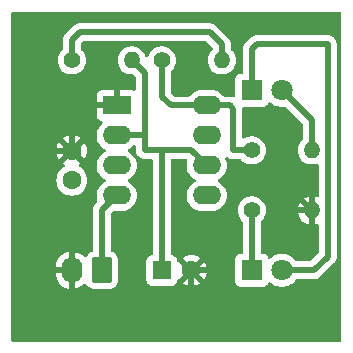
<source format=gbr>
%TF.GenerationSoftware,KiCad,Pcbnew,7.0.9*%
%TF.CreationDate,2023-12-20T18:15:34+03:00*%
%TF.ProjectId,FLIP_FLOP,464c4950-5f46-44c4-9f50-2e6b69636164,rev?*%
%TF.SameCoordinates,Original*%
%TF.FileFunction,Copper,L2,Bot*%
%TF.FilePolarity,Positive*%
%FSLAX46Y46*%
G04 Gerber Fmt 4.6, Leading zero omitted, Abs format (unit mm)*
G04 Created by KiCad (PCBNEW 7.0.9) date 2023-12-20 18:15:34*
%MOMM*%
%LPD*%
G01*
G04 APERTURE LIST*
G04 Aperture macros list*
%AMRoundRect*
0 Rectangle with rounded corners*
0 $1 Rounding radius*
0 $2 $3 $4 $5 $6 $7 $8 $9 X,Y pos of 4 corners*
0 Add a 4 corners polygon primitive as box body*
4,1,4,$2,$3,$4,$5,$6,$7,$8,$9,$2,$3,0*
0 Add four circle primitives for the rounded corners*
1,1,$1+$1,$2,$3*
1,1,$1+$1,$4,$5*
1,1,$1+$1,$6,$7*
1,1,$1+$1,$8,$9*
0 Add four rect primitives between the rounded corners*
20,1,$1+$1,$2,$3,$4,$5,0*
20,1,$1+$1,$4,$5,$6,$7,0*
20,1,$1+$1,$6,$7,$8,$9,0*
20,1,$1+$1,$8,$9,$2,$3,0*%
G04 Aperture macros list end*
%TA.AperFunction,ComponentPad*%
%ADD10R,2.400000X1.600000*%
%TD*%
%TA.AperFunction,ComponentPad*%
%ADD11O,2.400000X1.600000*%
%TD*%
%TA.AperFunction,ComponentPad*%
%ADD12O,1.400000X1.400000*%
%TD*%
%TA.AperFunction,ComponentPad*%
%ADD13C,1.400000*%
%TD*%
%TA.AperFunction,ComponentPad*%
%ADD14RoundRect,0.250000X0.620000X0.845000X-0.620000X0.845000X-0.620000X-0.845000X0.620000X-0.845000X0*%
%TD*%
%TA.AperFunction,ComponentPad*%
%ADD15O,1.740000X2.190000*%
%TD*%
%TA.AperFunction,ComponentPad*%
%ADD16R,1.800000X1.800000*%
%TD*%
%TA.AperFunction,ComponentPad*%
%ADD17C,1.800000*%
%TD*%
%TA.AperFunction,ComponentPad*%
%ADD18C,1.600000*%
%TD*%
%TA.AperFunction,ComponentPad*%
%ADD19R,1.600000X1.600000*%
%TD*%
%TA.AperFunction,Conductor*%
%ADD20C,0.500000*%
%TD*%
G04 APERTURE END LIST*
D10*
%TO.P,U1,1,GND*%
%TO.N,GND*%
X118135000Y-56200000D03*
D11*
%TO.P,U1,2,TR*%
%TO.N,Net-(U1-THR)*%
X118135000Y-58740000D03*
%TO.P,U1,3,Q*%
%TO.N,Net-(D1-K)*%
X118135000Y-61280000D03*
%TO.P,U1,4,R*%
%TO.N,+5V*%
X118135000Y-63820000D03*
%TO.P,U1,5,CV*%
%TO.N,Net-(U1-CV)*%
X125755000Y-63820000D03*
%TO.P,U1,6,THR*%
%TO.N,Net-(U1-THR)*%
X125755000Y-61280000D03*
%TO.P,U1,7,DIS*%
%TO.N,Net-(U1-DIS)*%
X125755000Y-58740000D03*
%TO.P,U1,8,VCC*%
%TO.N,+5V*%
X125755000Y-56200000D03*
%TD*%
D12*
%TO.P,R4,2*%
%TO.N,Net-(U1-THR)*%
X119420000Y-52380000D03*
D13*
%TO.P,R4,1*%
%TO.N,Net-(U1-DIS)*%
X114340000Y-52380000D03*
%TD*%
%TO.P,R3,1*%
%TO.N,+5V*%
X121960000Y-52380000D03*
D12*
%TO.P,R3,2*%
%TO.N,Net-(U1-DIS)*%
X127040000Y-52380000D03*
%TD*%
D13*
%TO.P,R2,1*%
%TO.N,Net-(D2-K)*%
X129580000Y-65080000D03*
D12*
%TO.P,R2,2*%
%TO.N,GND*%
X134660000Y-65080000D03*
%TD*%
D13*
%TO.P,R1,1*%
%TO.N,+5V*%
X129580000Y-60000000D03*
D12*
%TO.P,R1,2*%
%TO.N,Net-(D1-A)*%
X134660000Y-60000000D03*
%TD*%
D14*
%TO.P,J2,1,Pin_1*%
%TO.N,+5V*%
X116880000Y-70160000D03*
D15*
%TO.P,J2,2,Pin_2*%
%TO.N,GND*%
X114340000Y-70160000D03*
%TD*%
D16*
%TO.P,D2,1,K*%
%TO.N,Net-(D2-K)*%
X129580000Y-70160000D03*
D17*
%TO.P,D2,2,A*%
%TO.N,Net-(D1-K)*%
X132120000Y-70160000D03*
%TD*%
D16*
%TO.P,D1,1,K*%
%TO.N,Net-(D1-K)*%
X129580000Y-54920000D03*
D17*
%TO.P,D1,2,A*%
%TO.N,Net-(D1-A)*%
X132120000Y-54920000D03*
%TD*%
D18*
%TO.P,C2,1*%
%TO.N,Net-(U1-CV)*%
X114340000Y-62540000D03*
%TO.P,C2,2*%
%TO.N,GND*%
X114340000Y-60040000D03*
%TD*%
D19*
%TO.P,C1,1*%
%TO.N,Net-(U1-THR)*%
X121960000Y-70160000D03*
D18*
%TO.P,C1,2*%
%TO.N,GND*%
X124460000Y-70160000D03*
%TD*%
D20*
%TO.N,Net-(U1-THR)*%
X124435000Y-59960000D02*
X121960000Y-59960000D01*
X125755000Y-61280000D02*
X124435000Y-59960000D01*
X121960000Y-59960000D02*
X120500000Y-59960000D01*
X120500000Y-59960000D02*
X120500000Y-58500000D01*
X121960000Y-70160000D02*
X121960000Y-59960000D01*
%TO.N,+5V*%
X122700000Y-56200000D02*
X125755000Y-56200000D01*
X121960000Y-55460000D02*
X122700000Y-56200000D01*
X121960000Y-52380000D02*
X121960000Y-55460000D01*
%TO.N,Net-(U1-THR)*%
X120500000Y-58500000D02*
X120260000Y-58740000D01*
X120500000Y-53460000D02*
X120500000Y-58500000D01*
X120260000Y-58740000D02*
X118135000Y-58740000D01*
X119420000Y-52380000D02*
X120500000Y-53460000D01*
%TO.N,GND*%
X114340000Y-56660000D02*
X114800000Y-56200000D01*
X114800000Y-56200000D02*
X118135000Y-56200000D01*
X114340000Y-60040000D02*
X114340000Y-56660000D01*
X111500000Y-61000000D02*
X112460000Y-60040000D01*
X112460000Y-60040000D02*
X114340000Y-60040000D01*
X111500000Y-69500000D02*
X111500000Y-61000000D01*
X112160000Y-70160000D02*
X111500000Y-69500000D01*
X114340000Y-70160000D02*
X112160000Y-70160000D01*
X124000000Y-75000000D02*
X124500000Y-74500000D01*
X124500000Y-74500000D02*
X124460000Y-74460000D01*
X115000000Y-75000000D02*
X124000000Y-75000000D01*
X114340000Y-70160000D02*
X114340000Y-74340000D01*
X114340000Y-74340000D02*
X115000000Y-75000000D01*
X124460000Y-74460000D02*
X124460000Y-70160000D01*
%TO.N,+5V*%
X128000000Y-56500000D02*
X128000000Y-60000000D01*
X127700000Y-56200000D02*
X128000000Y-56500000D01*
X125755000Y-56200000D02*
X127700000Y-56200000D01*
X128000000Y-60000000D02*
X129580000Y-60000000D01*
%TO.N,Net-(D1-K)*%
X129580000Y-51420000D02*
X129580000Y-54920000D01*
X130000000Y-51000000D02*
X129580000Y-51420000D01*
X136000000Y-51000000D02*
X130000000Y-51000000D01*
X134840000Y-70160000D02*
X136000000Y-69000000D01*
X136000000Y-69000000D02*
X136000000Y-51000000D01*
X132120000Y-70160000D02*
X134840000Y-70160000D01*
%TO.N,GND*%
X127000000Y-67000000D02*
X127000000Y-70000000D01*
X128000000Y-66000000D02*
X127000000Y-67000000D01*
X126840000Y-70160000D02*
X124460000Y-70160000D01*
X128000000Y-63000000D02*
X128000000Y-66000000D01*
X132580000Y-63000000D02*
X128000000Y-63000000D01*
X134660000Y-65080000D02*
X132580000Y-63000000D01*
X127000000Y-70000000D02*
X126840000Y-70160000D01*
%TO.N,Net-(D2-K)*%
X129580000Y-65080000D02*
X129580000Y-70160000D01*
%TO.N,Net-(D1-A)*%
X134660000Y-57460000D02*
X134660000Y-60000000D01*
X132120000Y-54920000D02*
X134660000Y-57460000D01*
%TO.N,Net-(U1-DIS)*%
X126000000Y-50000000D02*
X127040000Y-51040000D01*
X127040000Y-51040000D02*
X127040000Y-52380000D01*
X115000000Y-50000000D02*
X126000000Y-50000000D01*
X114340000Y-50660000D02*
X115000000Y-50000000D01*
X114340000Y-52380000D02*
X114340000Y-50660000D01*
%TO.N,+5V*%
X116880000Y-65075000D02*
X118135000Y-63820000D01*
X116880000Y-70160000D02*
X116880000Y-65075000D01*
%TD*%
%TA.AperFunction,Conductor*%
%TO.N,GND*%
G36*
X137102539Y-48280185D02*
G01*
X137148294Y-48332989D01*
X137159500Y-48384500D01*
X137159500Y-76075500D01*
X137139815Y-76142539D01*
X137087011Y-76188294D01*
X137035500Y-76199500D01*
X109344500Y-76199500D01*
X109277461Y-76179815D01*
X109231706Y-76127011D01*
X109220500Y-76075500D01*
X109220500Y-70443201D01*
X112970000Y-70443201D01*
X112984822Y-70617363D01*
X113043587Y-70843051D01*
X113139643Y-71055552D01*
X113139648Y-71055560D01*
X113270235Y-71248771D01*
X113431603Y-71417139D01*
X113431604Y-71417140D01*
X113619097Y-71555810D01*
X113827338Y-71660803D01*
X114050330Y-71729093D01*
X114050328Y-71729093D01*
X114089999Y-71734173D01*
X114090000Y-71734173D01*
X114090000Y-70700469D01*
X114184674Y-70739685D01*
X114301003Y-70755000D01*
X114378997Y-70755000D01*
X114495326Y-70739685D01*
X114590000Y-70700469D01*
X114590000Y-71732574D01*
X114742618Y-71699683D01*
X114742619Y-71699683D01*
X114959005Y-71612732D01*
X115157592Y-71490458D01*
X115332656Y-71336382D01*
X115332658Y-71336380D01*
X115365098Y-71296204D01*
X115422528Y-71256410D01*
X115492356Y-71253983D01*
X115552410Y-71289693D01*
X115573960Y-71321704D01*
X115575185Y-71324331D01*
X115575186Y-71324334D01*
X115667288Y-71473656D01*
X115791344Y-71597712D01*
X115940666Y-71689814D01*
X116107203Y-71744999D01*
X116209991Y-71755500D01*
X117550008Y-71755499D01*
X117652797Y-71744999D01*
X117819334Y-71689814D01*
X117968656Y-71597712D01*
X118092712Y-71473656D01*
X118184814Y-71324334D01*
X118239999Y-71157797D01*
X118250500Y-71055009D01*
X118250499Y-69264992D01*
X118248410Y-69244546D01*
X118239999Y-69162203D01*
X118239998Y-69162200D01*
X118231037Y-69135158D01*
X118184814Y-68995666D01*
X118092712Y-68846344D01*
X117968656Y-68722288D01*
X117831630Y-68637770D01*
X117819336Y-68630187D01*
X117819335Y-68630186D01*
X117819334Y-68630186D01*
X117715495Y-68595777D01*
X117658051Y-68556004D01*
X117631228Y-68491488D01*
X117630500Y-68478071D01*
X117630500Y-65437230D01*
X117650185Y-65370191D01*
X117666819Y-65349549D01*
X117859549Y-65156819D01*
X117920872Y-65123334D01*
X117947230Y-65120500D01*
X118591784Y-65120500D01*
X118761692Y-65105635D01*
X118981496Y-65046739D01*
X119187734Y-64950568D01*
X119374139Y-64820047D01*
X119535047Y-64659139D01*
X119665568Y-64472734D01*
X119761739Y-64266496D01*
X119820635Y-64046692D01*
X119840468Y-63820000D01*
X119820635Y-63593308D01*
X119775916Y-63426415D01*
X119761741Y-63373511D01*
X119761738Y-63373502D01*
X119665568Y-63167267D01*
X119665567Y-63167265D01*
X119535045Y-62980858D01*
X119374141Y-62819954D01*
X119187734Y-62689432D01*
X119187728Y-62689429D01*
X119129725Y-62662382D01*
X119077285Y-62616210D01*
X119058133Y-62549017D01*
X119078348Y-62482135D01*
X119129725Y-62437618D01*
X119187734Y-62410568D01*
X119374139Y-62280047D01*
X119535047Y-62119139D01*
X119665568Y-61932734D01*
X119761739Y-61726496D01*
X119820635Y-61506692D01*
X119840468Y-61280000D01*
X119836975Y-61240080D01*
X119826859Y-61124454D01*
X119820635Y-61053308D01*
X119761739Y-60833504D01*
X119665568Y-60627266D01*
X119543819Y-60453389D01*
X119535045Y-60440858D01*
X119374141Y-60279954D01*
X119187734Y-60149432D01*
X119187728Y-60149429D01*
X119129725Y-60122382D01*
X119077285Y-60076210D01*
X119058133Y-60009017D01*
X119078348Y-59942135D01*
X119129725Y-59897618D01*
X119187734Y-59870568D01*
X119374139Y-59740047D01*
X119451303Y-59662883D01*
X119537819Y-59576368D01*
X119599142Y-59542883D01*
X119668834Y-59547867D01*
X119724767Y-59589739D01*
X119749184Y-59655203D01*
X119749500Y-59664049D01*
X119749500Y-59936358D01*
X119749395Y-59939963D01*
X119745669Y-60003934D01*
X119745669Y-60003935D01*
X119756795Y-60067038D01*
X119757318Y-60070605D01*
X119764758Y-60134249D01*
X119764761Y-60134264D01*
X119768594Y-60144795D01*
X119774186Y-60165664D01*
X119776133Y-60176708D01*
X119776134Y-60176710D01*
X119801510Y-60235538D01*
X119802842Y-60238890D01*
X119824762Y-60299116D01*
X119830924Y-60308484D01*
X119841179Y-60327504D01*
X119845620Y-60337799D01*
X119845624Y-60337806D01*
X119883891Y-60389207D01*
X119885960Y-60392162D01*
X119921170Y-60445696D01*
X119929330Y-60453395D01*
X119943690Y-60469531D01*
X119950390Y-60478530D01*
X119999484Y-60519725D01*
X120002179Y-60522124D01*
X120048779Y-60566090D01*
X120048780Y-60566090D01*
X120048782Y-60566092D01*
X120058489Y-60571696D01*
X120076195Y-60584094D01*
X120084786Y-60591302D01*
X120084787Y-60591302D01*
X120084789Y-60591304D01*
X120103047Y-60600473D01*
X120142076Y-60620073D01*
X120145212Y-60621765D01*
X120200719Y-60653812D01*
X120211463Y-60657028D01*
X120231544Y-60665006D01*
X120241567Y-60670040D01*
X120254997Y-60673223D01*
X120303929Y-60684821D01*
X120307387Y-60685746D01*
X120368790Y-60704130D01*
X120379978Y-60704781D01*
X120401372Y-60707914D01*
X120412279Y-60710500D01*
X120476359Y-60710500D01*
X120479959Y-60710604D01*
X120543935Y-60714331D01*
X120554977Y-60712384D01*
X120576509Y-60710500D01*
X121085500Y-60710500D01*
X121152539Y-60730185D01*
X121198294Y-60782989D01*
X121209500Y-60834500D01*
X121209500Y-68737648D01*
X121189815Y-68804687D01*
X121137011Y-68850442D01*
X121098755Y-68860938D01*
X121052516Y-68865909D01*
X120917671Y-68916202D01*
X120917664Y-68916206D01*
X120802455Y-69002452D01*
X120802452Y-69002455D01*
X120716206Y-69117664D01*
X120716202Y-69117671D01*
X120665908Y-69252517D01*
X120661142Y-69296854D01*
X120659501Y-69312123D01*
X120659500Y-69312135D01*
X120659500Y-71007870D01*
X120659501Y-71007876D01*
X120665908Y-71067483D01*
X120716202Y-71202328D01*
X120716206Y-71202335D01*
X120802452Y-71317544D01*
X120802455Y-71317547D01*
X120917664Y-71403793D01*
X120917671Y-71403797D01*
X121052517Y-71454091D01*
X121052516Y-71454091D01*
X121059444Y-71454835D01*
X121112127Y-71460500D01*
X122807872Y-71460499D01*
X122867483Y-71454091D01*
X123002331Y-71403796D01*
X123117546Y-71317546D01*
X123203796Y-71202331D01*
X123254091Y-71067483D01*
X123260500Y-71007873D01*
X123260499Y-71007845D01*
X123260678Y-71004547D01*
X123262183Y-71004627D01*
X123280112Y-70943326D01*
X123332868Y-70897514D01*
X123376464Y-70889981D01*
X124062046Y-70204399D01*
X124074835Y-70285148D01*
X124132359Y-70398045D01*
X124221955Y-70487641D01*
X124334852Y-70545165D01*
X124415599Y-70557953D01*
X123734526Y-71239025D01*
X123734526Y-71239026D01*
X123807512Y-71290131D01*
X123807516Y-71290133D01*
X124013673Y-71386265D01*
X124013682Y-71386269D01*
X124233389Y-71445139D01*
X124233400Y-71445141D01*
X124459998Y-71464966D01*
X124460002Y-71464966D01*
X124686599Y-71445141D01*
X124686610Y-71445139D01*
X124906317Y-71386269D01*
X124906331Y-71386264D01*
X125112478Y-71290136D01*
X125185472Y-71239025D01*
X124504401Y-70557953D01*
X124585148Y-70545165D01*
X124698045Y-70487641D01*
X124787641Y-70398045D01*
X124845165Y-70285148D01*
X124857953Y-70204400D01*
X125539025Y-70885472D01*
X125590136Y-70812478D01*
X125686264Y-70606331D01*
X125686269Y-70606317D01*
X125745139Y-70386610D01*
X125745141Y-70386599D01*
X125764966Y-70160002D01*
X125764966Y-70159997D01*
X125745141Y-69933400D01*
X125745139Y-69933389D01*
X125686269Y-69713682D01*
X125686265Y-69713673D01*
X125590133Y-69507516D01*
X125590131Y-69507512D01*
X125539026Y-69434526D01*
X125539025Y-69434526D01*
X124857953Y-70115598D01*
X124845165Y-70034852D01*
X124787641Y-69921955D01*
X124698045Y-69832359D01*
X124585148Y-69774835D01*
X124504400Y-69762046D01*
X125185472Y-69080974D01*
X125185471Y-69080973D01*
X125112483Y-69029866D01*
X125112481Y-69029865D01*
X124906326Y-68933734D01*
X124906317Y-68933730D01*
X124686610Y-68874860D01*
X124686599Y-68874858D01*
X124460002Y-68855034D01*
X124459998Y-68855034D01*
X124233400Y-68874858D01*
X124233389Y-68874860D01*
X124013682Y-68933730D01*
X124013673Y-68933734D01*
X123807513Y-69029868D01*
X123734527Y-69080972D01*
X123734526Y-69080973D01*
X124415600Y-69762046D01*
X124334852Y-69774835D01*
X124221955Y-69832359D01*
X124132359Y-69921955D01*
X124074835Y-70034852D01*
X124062046Y-70115599D01*
X123375798Y-69429351D01*
X123326805Y-69419505D01*
X123276623Y-69370889D01*
X123261981Y-69315366D01*
X123260900Y-69315423D01*
X123260854Y-69315429D01*
X123260853Y-69315426D01*
X123260676Y-69315436D01*
X123260499Y-69312135D01*
X123260499Y-69312128D01*
X123254091Y-69252517D01*
X123253766Y-69251646D01*
X123203797Y-69117671D01*
X123203793Y-69117664D01*
X123117547Y-69002455D01*
X123117544Y-69002452D01*
X123002335Y-68916206D01*
X123002328Y-68916202D01*
X122867483Y-68865908D01*
X122821243Y-68860937D01*
X122756693Y-68834199D01*
X122716845Y-68776806D01*
X122710500Y-68737648D01*
X122710500Y-60834500D01*
X122730185Y-60767461D01*
X122782989Y-60721706D01*
X122834500Y-60710500D01*
X123999620Y-60710500D01*
X124066659Y-60730185D01*
X124112414Y-60782989D01*
X124122358Y-60852147D01*
X124119395Y-60866593D01*
X124069366Y-61053302D01*
X124069364Y-61053313D01*
X124049532Y-61279998D01*
X124049532Y-61280001D01*
X124069364Y-61506686D01*
X124069366Y-61506697D01*
X124128258Y-61726488D01*
X124128261Y-61726497D01*
X124224431Y-61932732D01*
X124224432Y-61932734D01*
X124354954Y-62119141D01*
X124515858Y-62280045D01*
X124515861Y-62280047D01*
X124702266Y-62410568D01*
X124760275Y-62437618D01*
X124812714Y-62483791D01*
X124831866Y-62550984D01*
X124811650Y-62617865D01*
X124760275Y-62662382D01*
X124702267Y-62689431D01*
X124702265Y-62689432D01*
X124515858Y-62819954D01*
X124354954Y-62980858D01*
X124224432Y-63167265D01*
X124224431Y-63167267D01*
X124128261Y-63373502D01*
X124128258Y-63373511D01*
X124069366Y-63593302D01*
X124069364Y-63593313D01*
X124049532Y-63819998D01*
X124049532Y-63820001D01*
X124069364Y-64046686D01*
X124069366Y-64046697D01*
X124128258Y-64266488D01*
X124128261Y-64266497D01*
X124224431Y-64472732D01*
X124224432Y-64472734D01*
X124354954Y-64659141D01*
X124515858Y-64820045D01*
X124515861Y-64820047D01*
X124702266Y-64950568D01*
X124908504Y-65046739D01*
X125128308Y-65105635D01*
X125298216Y-65120500D01*
X126211784Y-65120500D01*
X126381692Y-65105635D01*
X126601496Y-65046739D01*
X126807734Y-64950568D01*
X126994139Y-64820047D01*
X127155047Y-64659139D01*
X127285568Y-64472734D01*
X127381739Y-64266496D01*
X127440635Y-64046692D01*
X127460468Y-63820000D01*
X127440635Y-63593308D01*
X127395916Y-63426415D01*
X127381741Y-63373511D01*
X127381738Y-63373502D01*
X127285568Y-63167267D01*
X127285567Y-63167265D01*
X127155045Y-62980858D01*
X126994141Y-62819954D01*
X126807734Y-62689432D01*
X126807728Y-62689429D01*
X126749725Y-62662382D01*
X126697285Y-62616210D01*
X126678133Y-62549017D01*
X126698348Y-62482135D01*
X126749725Y-62437618D01*
X126807734Y-62410568D01*
X126994139Y-62280047D01*
X127155047Y-62119139D01*
X127285568Y-61932734D01*
X127381739Y-61726496D01*
X127440635Y-61506692D01*
X127460468Y-61280000D01*
X127456975Y-61240080D01*
X127446859Y-61124454D01*
X127440635Y-61053308D01*
X127381739Y-60833504D01*
X127335027Y-60733331D01*
X127324536Y-60664257D01*
X127353055Y-60600473D01*
X127411532Y-60562233D01*
X127481399Y-60561678D01*
X127532505Y-60590736D01*
X127548778Y-60606090D01*
X127548780Y-60606090D01*
X127548782Y-60606092D01*
X127558489Y-60611696D01*
X127576195Y-60624094D01*
X127584786Y-60631302D01*
X127584787Y-60631302D01*
X127584789Y-60631304D01*
X127591518Y-60634683D01*
X127642076Y-60660073D01*
X127645212Y-60661765D01*
X127700719Y-60693812D01*
X127711463Y-60697028D01*
X127731544Y-60705006D01*
X127741567Y-60710040D01*
X127751457Y-60712384D01*
X127803929Y-60724821D01*
X127807387Y-60725746D01*
X127868790Y-60744130D01*
X127879978Y-60744781D01*
X127901372Y-60747914D01*
X127912279Y-60750500D01*
X127976359Y-60750500D01*
X127979959Y-60750604D01*
X128043935Y-60754331D01*
X128054977Y-60752384D01*
X128076509Y-60750500D01*
X128580653Y-60750500D01*
X128647692Y-60770185D01*
X128679606Y-60799771D01*
X128689021Y-60812239D01*
X128853437Y-60962123D01*
X128853439Y-60962125D01*
X129042595Y-61079245D01*
X129042596Y-61079245D01*
X129042599Y-61079247D01*
X129250060Y-61159618D01*
X129468757Y-61200500D01*
X129468759Y-61200500D01*
X129691241Y-61200500D01*
X129691243Y-61200500D01*
X129909940Y-61159618D01*
X130117401Y-61079247D01*
X130306562Y-60962124D01*
X130470981Y-60812236D01*
X130605058Y-60634689D01*
X130704229Y-60435528D01*
X130765115Y-60221536D01*
X130785643Y-60000000D01*
X130765115Y-59778464D01*
X130704229Y-59564472D01*
X130693479Y-59542883D01*
X130605061Y-59365316D01*
X130605056Y-59365308D01*
X130470979Y-59187761D01*
X130306562Y-59037876D01*
X130306560Y-59037874D01*
X130117404Y-58920754D01*
X130117398Y-58920752D01*
X129909940Y-58840382D01*
X129691243Y-58799500D01*
X129468757Y-58799500D01*
X129250060Y-58840382D01*
X129118864Y-58891207D01*
X129042601Y-58920752D01*
X129042595Y-58920754D01*
X128939777Y-58984417D01*
X128872416Y-59002972D01*
X128805717Y-58982164D01*
X128760856Y-58928599D01*
X128750500Y-58878990D01*
X128750500Y-56563705D01*
X128751809Y-56545735D01*
X128754459Y-56527641D01*
X128755289Y-56521977D01*
X128750735Y-56469931D01*
X128750500Y-56464528D01*
X128750500Y-56456296D01*
X128750290Y-56452694D01*
X128751866Y-56452602D01*
X128762597Y-56389975D01*
X128809754Y-56338420D01*
X128873966Y-56320499D01*
X130527871Y-56320499D01*
X130527872Y-56320499D01*
X130587483Y-56314091D01*
X130722331Y-56263796D01*
X130837546Y-56177546D01*
X130923796Y-56062331D01*
X130940511Y-56017517D01*
X130952455Y-55985493D01*
X130994326Y-55929559D01*
X131059790Y-55905141D01*
X131128063Y-55919992D01*
X131159866Y-55944843D01*
X131160652Y-55945696D01*
X131168215Y-55953912D01*
X131168222Y-55953918D01*
X131351365Y-56096464D01*
X131351371Y-56096468D01*
X131351374Y-56096470D01*
X131555497Y-56206936D01*
X131669487Y-56246068D01*
X131775015Y-56282297D01*
X131775017Y-56282297D01*
X131775019Y-56282298D01*
X132003951Y-56320500D01*
X132003952Y-56320500D01*
X132236047Y-56320500D01*
X132236049Y-56320500D01*
X132364274Y-56299102D01*
X132433635Y-56307483D01*
X132472362Y-56333730D01*
X133873181Y-57734548D01*
X133906666Y-57795871D01*
X133909500Y-57822229D01*
X133909500Y-59004947D01*
X133889815Y-59071986D01*
X133869038Y-59096584D01*
X133769025Y-59187757D01*
X133769021Y-59187761D01*
X133634943Y-59365308D01*
X133634938Y-59365316D01*
X133535775Y-59564461D01*
X133535769Y-59564476D01*
X133474885Y-59778462D01*
X133474884Y-59778464D01*
X133454357Y-59999999D01*
X133454357Y-60000000D01*
X133474884Y-60221535D01*
X133474885Y-60221537D01*
X133535769Y-60435523D01*
X133535775Y-60435538D01*
X133634938Y-60634683D01*
X133634943Y-60634691D01*
X133769020Y-60812238D01*
X133933437Y-60962123D01*
X133933439Y-60962125D01*
X134122595Y-61079245D01*
X134122596Y-61079245D01*
X134122599Y-61079247D01*
X134330060Y-61159618D01*
X134548757Y-61200500D01*
X134548759Y-61200500D01*
X134771241Y-61200500D01*
X134771243Y-61200500D01*
X134989940Y-61159618D01*
X135080709Y-61124453D01*
X135150328Y-61118591D01*
X135212069Y-61151300D01*
X135246324Y-61212196D01*
X135249500Y-61240080D01*
X135249500Y-63840454D01*
X135229815Y-63907493D01*
X135177011Y-63953248D01*
X135107853Y-63963192D01*
X135080707Y-63956081D01*
X134989801Y-63920864D01*
X134989802Y-63920864D01*
X134910000Y-63905946D01*
X134910000Y-64831061D01*
X134828885Y-64767928D01*
X134718405Y-64730000D01*
X134630995Y-64730000D01*
X134544784Y-64744386D01*
X134442053Y-64799981D01*
X134362940Y-64885921D01*
X134316018Y-64992892D01*
X134306372Y-65109302D01*
X134335047Y-65222538D01*
X134398936Y-65320327D01*
X134491115Y-65392072D01*
X134601595Y-65430000D01*
X134689005Y-65430000D01*
X134775216Y-65415614D01*
X134877947Y-65360019D01*
X134910000Y-65325200D01*
X134910000Y-66254052D01*
X134989807Y-66239134D01*
X135080705Y-66203920D01*
X135150329Y-66198057D01*
X135212069Y-66230767D01*
X135246324Y-66291663D01*
X135249500Y-66319546D01*
X135249500Y-68637770D01*
X135229815Y-68704809D01*
X135213181Y-68725451D01*
X134565451Y-69373181D01*
X134504128Y-69406666D01*
X134477770Y-69409500D01*
X133369685Y-69409500D01*
X133302646Y-69389815D01*
X133265877Y-69353322D01*
X133228984Y-69296854D01*
X133228982Y-69296852D01*
X133228979Y-69296847D01*
X133071784Y-69126087D01*
X133071779Y-69126083D01*
X133071777Y-69126081D01*
X132888634Y-68983535D01*
X132888628Y-68983531D01*
X132684504Y-68873064D01*
X132684495Y-68873061D01*
X132464984Y-68797702D01*
X132274450Y-68765908D01*
X132236049Y-68759500D01*
X132003951Y-68759500D01*
X131965550Y-68765908D01*
X131775015Y-68797702D01*
X131555504Y-68873061D01*
X131555495Y-68873064D01*
X131351371Y-68983531D01*
X131351365Y-68983535D01*
X131168222Y-69126081D01*
X131168218Y-69126085D01*
X131159866Y-69135158D01*
X131099979Y-69171148D01*
X131030141Y-69169047D01*
X130972525Y-69129522D01*
X130952455Y-69094507D01*
X130923797Y-69017671D01*
X130923793Y-69017664D01*
X130837547Y-68902455D01*
X130837544Y-68902452D01*
X130722335Y-68816206D01*
X130722328Y-68816202D01*
X130587482Y-68765908D01*
X130587483Y-68765908D01*
X130527883Y-68759501D01*
X130527881Y-68759500D01*
X130527873Y-68759500D01*
X130527865Y-68759500D01*
X130454500Y-68759500D01*
X130387461Y-68739815D01*
X130341706Y-68687011D01*
X130330500Y-68635500D01*
X130330500Y-66075052D01*
X130350185Y-66008013D01*
X130370957Y-65983418D01*
X130470981Y-65892236D01*
X130605058Y-65714689D01*
X130704229Y-65515528D01*
X130757016Y-65330000D01*
X133483505Y-65330000D01*
X133536239Y-65515349D01*
X133635368Y-65714425D01*
X133769391Y-65891900D01*
X133933738Y-66041721D01*
X134122820Y-66158797D01*
X134122822Y-66158798D01*
X134330195Y-66239135D01*
X134410000Y-66254052D01*
X134410000Y-65330000D01*
X133483505Y-65330000D01*
X130757016Y-65330000D01*
X130765115Y-65301536D01*
X130785643Y-65080000D01*
X130777715Y-64994447D01*
X130765115Y-64858464D01*
X130765114Y-64858462D01*
X130757149Y-64830469D01*
X130757016Y-64830000D01*
X133483505Y-64830000D01*
X134410000Y-64830000D01*
X134410000Y-63905946D01*
X134330200Y-63920864D01*
X134122822Y-64001201D01*
X134122820Y-64001202D01*
X133933738Y-64118278D01*
X133769391Y-64268099D01*
X133635368Y-64445574D01*
X133536239Y-64644650D01*
X133483505Y-64830000D01*
X130757016Y-64830000D01*
X130704229Y-64644472D01*
X130669747Y-64575223D01*
X130605061Y-64445316D01*
X130605056Y-64445308D01*
X130470979Y-64267761D01*
X130306562Y-64117876D01*
X130306560Y-64117874D01*
X130117404Y-64000754D01*
X130117398Y-64000752D01*
X129909940Y-63920382D01*
X129691243Y-63879500D01*
X129468757Y-63879500D01*
X129250060Y-63920382D01*
X129139555Y-63963192D01*
X129042601Y-64000752D01*
X129042595Y-64000754D01*
X128853439Y-64117874D01*
X128853437Y-64117876D01*
X128689020Y-64267761D01*
X128554943Y-64445308D01*
X128554938Y-64445316D01*
X128455775Y-64644461D01*
X128455769Y-64644476D01*
X128394885Y-64858462D01*
X128394884Y-64858464D01*
X128374357Y-65079999D01*
X128374357Y-65080000D01*
X128394884Y-65301535D01*
X128394885Y-65301537D01*
X128455769Y-65515523D01*
X128455775Y-65515538D01*
X128554938Y-65714683D01*
X128554943Y-65714691D01*
X128621980Y-65803462D01*
X128689019Y-65892236D01*
X128789039Y-65983416D01*
X128825319Y-66043126D01*
X128829500Y-66075052D01*
X128829500Y-68635500D01*
X128809815Y-68702539D01*
X128757011Y-68748294D01*
X128705502Y-68759500D01*
X128632130Y-68759500D01*
X128632123Y-68759501D01*
X128572516Y-68765908D01*
X128437671Y-68816202D01*
X128437664Y-68816206D01*
X128322455Y-68902452D01*
X128322452Y-68902455D01*
X128236206Y-69017664D01*
X128236202Y-69017671D01*
X128185908Y-69152517D01*
X128179501Y-69212116D01*
X128179500Y-69212135D01*
X128179500Y-71107870D01*
X128179501Y-71107876D01*
X128185908Y-71167483D01*
X128236202Y-71302328D01*
X128236206Y-71302335D01*
X128322452Y-71417544D01*
X128322455Y-71417547D01*
X128437664Y-71503793D01*
X128437671Y-71503797D01*
X128572517Y-71554091D01*
X128572516Y-71554091D01*
X128579444Y-71554835D01*
X128632127Y-71560500D01*
X130527872Y-71560499D01*
X130587483Y-71554091D01*
X130722331Y-71503796D01*
X130837546Y-71417546D01*
X130923796Y-71302331D01*
X130926081Y-71296204D01*
X130952455Y-71225493D01*
X130994326Y-71169559D01*
X131059790Y-71145141D01*
X131128063Y-71159992D01*
X131159866Y-71184843D01*
X131167302Y-71192920D01*
X131168215Y-71193912D01*
X131168222Y-71193918D01*
X131351365Y-71336464D01*
X131351371Y-71336468D01*
X131351374Y-71336470D01*
X131555497Y-71446936D01*
X131595005Y-71460499D01*
X131775015Y-71522297D01*
X131775017Y-71522297D01*
X131775019Y-71522298D01*
X132003951Y-71560500D01*
X132003952Y-71560500D01*
X132236048Y-71560500D01*
X132236049Y-71560500D01*
X132464981Y-71522298D01*
X132684503Y-71446936D01*
X132888626Y-71336470D01*
X132904219Y-71324334D01*
X132950129Y-71288600D01*
X133071784Y-71193913D01*
X133228979Y-71023153D01*
X133241135Y-71004547D01*
X133265877Y-70966678D01*
X133319023Y-70921322D01*
X133369685Y-70910500D01*
X134776295Y-70910500D01*
X134794265Y-70911809D01*
X134818023Y-70915289D01*
X134870068Y-70910735D01*
X134875470Y-70910500D01*
X134883704Y-70910500D01*
X134883709Y-70910500D01*
X134895327Y-70909141D01*
X134916276Y-70906693D01*
X134929028Y-70905577D01*
X134992797Y-70899999D01*
X134992805Y-70899996D01*
X134999866Y-70898539D01*
X134999878Y-70898598D01*
X135007243Y-70896965D01*
X135007229Y-70896906D01*
X135014246Y-70895241D01*
X135014255Y-70895241D01*
X135086423Y-70868974D01*
X135159334Y-70844814D01*
X135159343Y-70844807D01*
X135165882Y-70841760D01*
X135165908Y-70841816D01*
X135172690Y-70838532D01*
X135172663Y-70838478D01*
X135179106Y-70835240D01*
X135179117Y-70835237D01*
X135243283Y-70793034D01*
X135308656Y-70752712D01*
X135308662Y-70752705D01*
X135314325Y-70748229D01*
X135314363Y-70748277D01*
X135320200Y-70743522D01*
X135320161Y-70743475D01*
X135325696Y-70738830D01*
X135378385Y-70682983D01*
X136201434Y-69859933D01*
X136485642Y-69575724D01*
X136499271Y-69563947D01*
X136518530Y-69549610D01*
X136552101Y-69509601D01*
X136555761Y-69505606D01*
X136561590Y-69499778D01*
X136581941Y-69474039D01*
X136587948Y-69466879D01*
X136631302Y-69415214D01*
X136631306Y-69415205D01*
X136635274Y-69409175D01*
X136635325Y-69409208D01*
X136639372Y-69402856D01*
X136639320Y-69402824D01*
X136643112Y-69396675D01*
X136675575Y-69327058D01*
X136693116Y-69292128D01*
X136710040Y-69258433D01*
X136710042Y-69258421D01*
X136712509Y-69251646D01*
X136712567Y-69251667D01*
X136715043Y-69244546D01*
X136714986Y-69244527D01*
X136717255Y-69237680D01*
X136717256Y-69237675D01*
X136717257Y-69237673D01*
X136732791Y-69162437D01*
X136750500Y-69087721D01*
X136750500Y-69087719D01*
X136751339Y-69080548D01*
X136751398Y-69080554D01*
X136752164Y-69073054D01*
X136752105Y-69073049D01*
X136752734Y-69065859D01*
X136750500Y-68989082D01*
X136750500Y-51023640D01*
X136750605Y-51020034D01*
X136750772Y-51017177D01*
X136754331Y-50956065D01*
X136750537Y-50934549D01*
X136743202Y-50892954D01*
X136742679Y-50889384D01*
X136737406Y-50844272D01*
X136735241Y-50825745D01*
X136731408Y-50815215D01*
X136725811Y-50794330D01*
X136723865Y-50783289D01*
X136698484Y-50724448D01*
X136697152Y-50721095D01*
X136689795Y-50700882D01*
X136675237Y-50660883D01*
X136669072Y-50651510D01*
X136658818Y-50632491D01*
X136654379Y-50622200D01*
X136654373Y-50622190D01*
X136616115Y-50570802D01*
X136614046Y-50567847D01*
X136598681Y-50544486D01*
X136578830Y-50514304D01*
X136570672Y-50506607D01*
X136556304Y-50490462D01*
X136549609Y-50481469D01*
X136500524Y-50440282D01*
X136497830Y-50437884D01*
X136480114Y-50421170D01*
X136451218Y-50393908D01*
X136441503Y-50388299D01*
X136423804Y-50375906D01*
X136415214Y-50368698D01*
X136415212Y-50368697D01*
X136415211Y-50368696D01*
X136357940Y-50339934D01*
X136354780Y-50338230D01*
X136320057Y-50318183D01*
X136299282Y-50306188D01*
X136294676Y-50304809D01*
X136288534Y-50302970D01*
X136268460Y-50294995D01*
X136258433Y-50289960D01*
X136258432Y-50289959D01*
X136258431Y-50289959D01*
X136196087Y-50275182D01*
X136192605Y-50274249D01*
X136131211Y-50255870D01*
X136120010Y-50255217D01*
X136098638Y-50252086D01*
X136087724Y-50249500D01*
X136087721Y-50249500D01*
X136023641Y-50249500D01*
X136020040Y-50249395D01*
X135956065Y-50245669D01*
X135956064Y-50245669D01*
X135945023Y-50247616D01*
X135923491Y-50249500D01*
X130063705Y-50249500D01*
X130045735Y-50248191D01*
X130021972Y-50244710D01*
X129976533Y-50248686D01*
X129969931Y-50249264D01*
X129964530Y-50249500D01*
X129956289Y-50249500D01*
X129934579Y-50252037D01*
X129923724Y-50253306D01*
X129909083Y-50254587D01*
X129847199Y-50260001D01*
X129840132Y-50261460D01*
X129840120Y-50261404D01*
X129832763Y-50263035D01*
X129832777Y-50263092D01*
X129825743Y-50264759D01*
X129753575Y-50291025D01*
X129680675Y-50315181D01*
X129674126Y-50318236D01*
X129674101Y-50318183D01*
X129667308Y-50321471D01*
X129667334Y-50321523D01*
X129660880Y-50324764D01*
X129596708Y-50366971D01*
X129531347Y-50407285D01*
X129525683Y-50411765D01*
X129525647Y-50411719D01*
X129519798Y-50416484D01*
X129519835Y-50416528D01*
X129514310Y-50421164D01*
X129514304Y-50421169D01*
X129514304Y-50421170D01*
X129461599Y-50477033D01*
X129094358Y-50844272D01*
X129080729Y-50856051D01*
X129061468Y-50870390D01*
X129027898Y-50910397D01*
X129024253Y-50914376D01*
X129018409Y-50920222D01*
X128998059Y-50945959D01*
X128948695Y-51004789D01*
X128944729Y-51010819D01*
X128944682Y-51010788D01*
X128940630Y-51017147D01*
X128940679Y-51017177D01*
X128936889Y-51023321D01*
X128904424Y-51092941D01*
X128869960Y-51161566D01*
X128867488Y-51168357D01*
X128867432Y-51168336D01*
X128864960Y-51175450D01*
X128865015Y-51175469D01*
X128862742Y-51182327D01*
X128854975Y-51219946D01*
X128847207Y-51257565D01*
X128835845Y-51305507D01*
X128829498Y-51332286D01*
X128828661Y-51339454D01*
X128828601Y-51339447D01*
X128827835Y-51346945D01*
X128827895Y-51346951D01*
X128827265Y-51354140D01*
X128829500Y-51430916D01*
X128829500Y-53395500D01*
X128809815Y-53462539D01*
X128757011Y-53508294D01*
X128705502Y-53519500D01*
X128632130Y-53519500D01*
X128632123Y-53519501D01*
X128572516Y-53525908D01*
X128437671Y-53576202D01*
X128437664Y-53576206D01*
X128322455Y-53662452D01*
X128322452Y-53662455D01*
X128236206Y-53777664D01*
X128236202Y-53777671D01*
X128185908Y-53912517D01*
X128179501Y-53972116D01*
X128179500Y-53972135D01*
X128179500Y-55399949D01*
X128159815Y-55466988D01*
X128107011Y-55512743D01*
X128037853Y-55522687D01*
X127999850Y-55510760D01*
X127986636Y-55504124D01*
X127958433Y-55489960D01*
X127958431Y-55489959D01*
X127958430Y-55489959D01*
X127951645Y-55487489D01*
X127951665Y-55487433D01*
X127944549Y-55484959D01*
X127944531Y-55485015D01*
X127937671Y-55482742D01*
X127909841Y-55476996D01*
X127862434Y-55467207D01*
X127813472Y-55455603D01*
X127787719Y-55449499D01*
X127780547Y-55448661D01*
X127780553Y-55448601D01*
X127773055Y-55447835D01*
X127773050Y-55447895D01*
X127765860Y-55447265D01*
X127689083Y-55449500D01*
X127281663Y-55449500D01*
X127214624Y-55429815D01*
X127180088Y-55396623D01*
X127155045Y-55360858D01*
X126994141Y-55199954D01*
X126807734Y-55069432D01*
X126807732Y-55069431D01*
X126601497Y-54973261D01*
X126601488Y-54973258D01*
X126381697Y-54914366D01*
X126381687Y-54914364D01*
X126211784Y-54899500D01*
X125298216Y-54899500D01*
X125128312Y-54914364D01*
X125128302Y-54914366D01*
X124908511Y-54973258D01*
X124908502Y-54973261D01*
X124702267Y-55069431D01*
X124702265Y-55069432D01*
X124515858Y-55199954D01*
X124354954Y-55360858D01*
X124329912Y-55396623D01*
X124275335Y-55440248D01*
X124228337Y-55449500D01*
X123062230Y-55449500D01*
X122995191Y-55429815D01*
X122974549Y-55413181D01*
X122746819Y-55185451D01*
X122713334Y-55124128D01*
X122710500Y-55097770D01*
X122710500Y-53375052D01*
X122730185Y-53308013D01*
X122750957Y-53283418D01*
X122850981Y-53192236D01*
X122985058Y-53014689D01*
X123084229Y-52815528D01*
X123145115Y-52601536D01*
X123165643Y-52380000D01*
X123145115Y-52158464D01*
X123084229Y-51944472D01*
X123049387Y-51874500D01*
X122985061Y-51745316D01*
X122985056Y-51745308D01*
X122850979Y-51567761D01*
X122686562Y-51417876D01*
X122686560Y-51417874D01*
X122497404Y-51300754D01*
X122497398Y-51300752D01*
X122289940Y-51220382D01*
X122071243Y-51179500D01*
X121848757Y-51179500D01*
X121630060Y-51220382D01*
X121534080Y-51257565D01*
X121422601Y-51300752D01*
X121422595Y-51300754D01*
X121233439Y-51417874D01*
X121233437Y-51417876D01*
X121069020Y-51567761D01*
X120934943Y-51745308D01*
X120934938Y-51745316D01*
X120835775Y-51944461D01*
X120835769Y-51944476D01*
X120809266Y-52037627D01*
X120771987Y-52096721D01*
X120708677Y-52126278D01*
X120639438Y-52116916D01*
X120586251Y-52071606D01*
X120570734Y-52037627D01*
X120544230Y-51944476D01*
X120544229Y-51944472D01*
X120509387Y-51874500D01*
X120445061Y-51745316D01*
X120445056Y-51745308D01*
X120310979Y-51567761D01*
X120146562Y-51417876D01*
X120146560Y-51417874D01*
X119957404Y-51300754D01*
X119957398Y-51300752D01*
X119749940Y-51220382D01*
X119531243Y-51179500D01*
X119308757Y-51179500D01*
X119090060Y-51220382D01*
X118994080Y-51257565D01*
X118882601Y-51300752D01*
X118882595Y-51300754D01*
X118693439Y-51417874D01*
X118693437Y-51417876D01*
X118529020Y-51567761D01*
X118394943Y-51745308D01*
X118394938Y-51745316D01*
X118295775Y-51944461D01*
X118295769Y-51944476D01*
X118234885Y-52158462D01*
X118234884Y-52158464D01*
X118214357Y-52379999D01*
X118214357Y-52380000D01*
X118234884Y-52601535D01*
X118234885Y-52601537D01*
X118295769Y-52815523D01*
X118295775Y-52815538D01*
X118394938Y-53014683D01*
X118394943Y-53014691D01*
X118529020Y-53192238D01*
X118693437Y-53342123D01*
X118693439Y-53342125D01*
X118882595Y-53459245D01*
X118882596Y-53459245D01*
X118882599Y-53459247D01*
X119090060Y-53539618D01*
X119308757Y-53580500D01*
X119308759Y-53580500D01*
X119507771Y-53580500D01*
X119574810Y-53600185D01*
X119595452Y-53616819D01*
X119713181Y-53734548D01*
X119746666Y-53795871D01*
X119749500Y-53822229D01*
X119749500Y-54842358D01*
X119729815Y-54909397D01*
X119677011Y-54955152D01*
X119607853Y-54965096D01*
X119582167Y-54958540D01*
X119442380Y-54906403D01*
X119442372Y-54906401D01*
X119382844Y-54900000D01*
X118385000Y-54900000D01*
X118385000Y-55884314D01*
X118373045Y-55872359D01*
X118260148Y-55814835D01*
X118166481Y-55800000D01*
X118103519Y-55800000D01*
X118009852Y-55814835D01*
X117896955Y-55872359D01*
X117885000Y-55884314D01*
X117885000Y-54900000D01*
X116887155Y-54900000D01*
X116827627Y-54906401D01*
X116827620Y-54906403D01*
X116692913Y-54956645D01*
X116692906Y-54956649D01*
X116577812Y-55042809D01*
X116577809Y-55042812D01*
X116491649Y-55157906D01*
X116491645Y-55157913D01*
X116441403Y-55292620D01*
X116441401Y-55292627D01*
X116435000Y-55352155D01*
X116435000Y-55950000D01*
X117819314Y-55950000D01*
X117807359Y-55961955D01*
X117749835Y-56074852D01*
X117730014Y-56200000D01*
X117749835Y-56325148D01*
X117807359Y-56438045D01*
X117819314Y-56450000D01*
X116435000Y-56450000D01*
X116435000Y-57047844D01*
X116441401Y-57107372D01*
X116441403Y-57107379D01*
X116491645Y-57242086D01*
X116491649Y-57242093D01*
X116577809Y-57357187D01*
X116577812Y-57357190D01*
X116692906Y-57443350D01*
X116692913Y-57443354D01*
X116827620Y-57493596D01*
X116827627Y-57493598D01*
X116863218Y-57497425D01*
X116927769Y-57524163D01*
X116967618Y-57581555D01*
X116970111Y-57651380D01*
X116934459Y-57711469D01*
X116921088Y-57722287D01*
X116895861Y-57739951D01*
X116734954Y-57900858D01*
X116604432Y-58087265D01*
X116604431Y-58087267D01*
X116508261Y-58293502D01*
X116508258Y-58293511D01*
X116449366Y-58513302D01*
X116449364Y-58513313D01*
X116429532Y-58739998D01*
X116429532Y-58740001D01*
X116449364Y-58966686D01*
X116449366Y-58966697D01*
X116508258Y-59186488D01*
X116508261Y-59186497D01*
X116604431Y-59392732D01*
X116604432Y-59392734D01*
X116734954Y-59579141D01*
X116895858Y-59740045D01*
X116895861Y-59740047D01*
X117082266Y-59870568D01*
X117140275Y-59897618D01*
X117192714Y-59943791D01*
X117211866Y-60010984D01*
X117191650Y-60077865D01*
X117140275Y-60122382D01*
X117082267Y-60149431D01*
X117082265Y-60149432D01*
X116895858Y-60279954D01*
X116734954Y-60440858D01*
X116604432Y-60627265D01*
X116604431Y-60627267D01*
X116508261Y-60833502D01*
X116508258Y-60833511D01*
X116449366Y-61053302D01*
X116449364Y-61053313D01*
X116429532Y-61279998D01*
X116429532Y-61280001D01*
X116449364Y-61506686D01*
X116449366Y-61506697D01*
X116508258Y-61726488D01*
X116508261Y-61726497D01*
X116604431Y-61932732D01*
X116604432Y-61932734D01*
X116734954Y-62119141D01*
X116895858Y-62280045D01*
X116895861Y-62280047D01*
X117082266Y-62410568D01*
X117140275Y-62437618D01*
X117192714Y-62483791D01*
X117211866Y-62550984D01*
X117191650Y-62617865D01*
X117140275Y-62662382D01*
X117082267Y-62689431D01*
X117082265Y-62689432D01*
X116895858Y-62819954D01*
X116734954Y-62980858D01*
X116604432Y-63167265D01*
X116604431Y-63167267D01*
X116508261Y-63373502D01*
X116508258Y-63373511D01*
X116449366Y-63593302D01*
X116449364Y-63593313D01*
X116429532Y-63819998D01*
X116429532Y-63820001D01*
X116449364Y-64046686D01*
X116449366Y-64046697D01*
X116508258Y-64266488D01*
X116508260Y-64266494D01*
X116508261Y-64266496D01*
X116508262Y-64266499D01*
X116508264Y-64266503D01*
X116509373Y-64268882D01*
X116509546Y-64270027D01*
X116510111Y-64271577D01*
X116509799Y-64271690D01*
X116519861Y-64337960D01*
X116491338Y-64401742D01*
X116484669Y-64408961D01*
X116394358Y-64499272D01*
X116380729Y-64511051D01*
X116361468Y-64525390D01*
X116327898Y-64565397D01*
X116324253Y-64569376D01*
X116318409Y-64575222D01*
X116298059Y-64600959D01*
X116248695Y-64659789D01*
X116244729Y-64665819D01*
X116244682Y-64665788D01*
X116240630Y-64672147D01*
X116240679Y-64672177D01*
X116236889Y-64678321D01*
X116204424Y-64747941D01*
X116169960Y-64816566D01*
X116167488Y-64823357D01*
X116167432Y-64823336D01*
X116164960Y-64830450D01*
X116165015Y-64830469D01*
X116162742Y-64837327D01*
X116158378Y-64858464D01*
X116147207Y-64912565D01*
X116134001Y-64968284D01*
X116129498Y-64987286D01*
X116128661Y-64994454D01*
X116128601Y-64994447D01*
X116127835Y-65001945D01*
X116127895Y-65001951D01*
X116127265Y-65009140D01*
X116129500Y-65085916D01*
X116129500Y-68478071D01*
X116109815Y-68545110D01*
X116057011Y-68590865D01*
X116044505Y-68595777D01*
X115940666Y-68630186D01*
X115940663Y-68630187D01*
X115791342Y-68722289D01*
X115667289Y-68846342D01*
X115575182Y-68995672D01*
X115573897Y-68998429D01*
X115572512Y-69000001D01*
X115571395Y-69001813D01*
X115571085Y-69001622D01*
X115527722Y-69050867D01*
X115460528Y-69070016D01*
X115393648Y-69049797D01*
X115371994Y-69031820D01*
X115248396Y-68902860D01*
X115248395Y-68902859D01*
X115060902Y-68764189D01*
X114852661Y-68659196D01*
X114629675Y-68590907D01*
X114629669Y-68590906D01*
X114590000Y-68585825D01*
X114590000Y-69619530D01*
X114495326Y-69580315D01*
X114378997Y-69565000D01*
X114301003Y-69565000D01*
X114184674Y-69580315D01*
X114090000Y-69619530D01*
X114090000Y-68587424D01*
X114089999Y-68587424D01*
X113937380Y-68620316D01*
X113937379Y-68620316D01*
X113720994Y-68707267D01*
X113522407Y-68829541D01*
X113347343Y-68983617D01*
X113347339Y-68983621D01*
X113200842Y-69165054D01*
X113200838Y-69165060D01*
X113087104Y-69368653D01*
X113009414Y-69588538D01*
X113009412Y-69588546D01*
X112970000Y-69818387D01*
X112970000Y-69910000D01*
X113799530Y-69910000D01*
X113760315Y-70004674D01*
X113739866Y-70160000D01*
X113760315Y-70315326D01*
X113799530Y-70410000D01*
X112970000Y-70410000D01*
X112970000Y-70443201D01*
X109220500Y-70443201D01*
X109220500Y-62540001D01*
X113034532Y-62540001D01*
X113054364Y-62766686D01*
X113054366Y-62766697D01*
X113113258Y-62986488D01*
X113113261Y-62986497D01*
X113209431Y-63192732D01*
X113209432Y-63192734D01*
X113339954Y-63379141D01*
X113500858Y-63540045D01*
X113500861Y-63540047D01*
X113687266Y-63670568D01*
X113893504Y-63766739D01*
X114113308Y-63825635D01*
X114275230Y-63839801D01*
X114339998Y-63845468D01*
X114340000Y-63845468D01*
X114340002Y-63845468D01*
X114397310Y-63840454D01*
X114566692Y-63825635D01*
X114786496Y-63766739D01*
X114992734Y-63670568D01*
X115179139Y-63540047D01*
X115340047Y-63379139D01*
X115470568Y-63192734D01*
X115566739Y-62986496D01*
X115625635Y-62766692D01*
X115645468Y-62540000D01*
X115625635Y-62313308D01*
X115566739Y-62093504D01*
X115470568Y-61887266D01*
X115340047Y-61700861D01*
X115340045Y-61700858D01*
X115179141Y-61539954D01*
X114992734Y-61409432D01*
X114992730Y-61409430D01*
X114977022Y-61402105D01*
X114924583Y-61355931D01*
X114905433Y-61288737D01*
X114925650Y-61221857D01*
X114977028Y-61177340D01*
X114992481Y-61170134D01*
X115065472Y-61119025D01*
X114384401Y-60437953D01*
X114465148Y-60425165D01*
X114578045Y-60367641D01*
X114667641Y-60278045D01*
X114725165Y-60165148D01*
X114737953Y-60084400D01*
X115419025Y-60765472D01*
X115470136Y-60692478D01*
X115566264Y-60486331D01*
X115566269Y-60486317D01*
X115625139Y-60266610D01*
X115625141Y-60266599D01*
X115644966Y-60040002D01*
X115644966Y-60039997D01*
X115625141Y-59813400D01*
X115625139Y-59813389D01*
X115566269Y-59593682D01*
X115566265Y-59593673D01*
X115470133Y-59387516D01*
X115470131Y-59387512D01*
X115419026Y-59314526D01*
X115419025Y-59314526D01*
X114737953Y-59995598D01*
X114725165Y-59914852D01*
X114667641Y-59801955D01*
X114578045Y-59712359D01*
X114465148Y-59654835D01*
X114384400Y-59642046D01*
X115065472Y-58960974D01*
X115065471Y-58960973D01*
X114992483Y-58909866D01*
X114992481Y-58909865D01*
X114786326Y-58813734D01*
X114786317Y-58813730D01*
X114566610Y-58754860D01*
X114566599Y-58754858D01*
X114340002Y-58735034D01*
X114339998Y-58735034D01*
X114113400Y-58754858D01*
X114113389Y-58754860D01*
X113893682Y-58813730D01*
X113893673Y-58813734D01*
X113687513Y-58909868D01*
X113614527Y-58960972D01*
X113614526Y-58960973D01*
X114295600Y-59642046D01*
X114214852Y-59654835D01*
X114101955Y-59712359D01*
X114012359Y-59801955D01*
X113954835Y-59914852D01*
X113942046Y-59995599D01*
X113260973Y-59314526D01*
X113260972Y-59314527D01*
X113209868Y-59387513D01*
X113113734Y-59593673D01*
X113113730Y-59593682D01*
X113054860Y-59813389D01*
X113054858Y-59813400D01*
X113035034Y-60039997D01*
X113035034Y-60040002D01*
X113054858Y-60266599D01*
X113054860Y-60266610D01*
X113113730Y-60486317D01*
X113113734Y-60486326D01*
X113209865Y-60692481D01*
X113209866Y-60692483D01*
X113260973Y-60765471D01*
X113260974Y-60765472D01*
X113942046Y-60084399D01*
X113954835Y-60165148D01*
X114012359Y-60278045D01*
X114101955Y-60367641D01*
X114214852Y-60425165D01*
X114295599Y-60437953D01*
X113614526Y-61119025D01*
X113614526Y-61119026D01*
X113687512Y-61170131D01*
X113687515Y-61170132D01*
X113702974Y-61177341D01*
X113755414Y-61223513D01*
X113774567Y-61290706D01*
X113754352Y-61357587D01*
X113702978Y-61402105D01*
X113687269Y-61409430D01*
X113687265Y-61409432D01*
X113500858Y-61539954D01*
X113339954Y-61700858D01*
X113209432Y-61887265D01*
X113209431Y-61887267D01*
X113113261Y-62093502D01*
X113113258Y-62093511D01*
X113054366Y-62313302D01*
X113054364Y-62313313D01*
X113034532Y-62539998D01*
X113034532Y-62540001D01*
X109220500Y-62540001D01*
X109220500Y-52380000D01*
X113134357Y-52380000D01*
X113154884Y-52601535D01*
X113154885Y-52601537D01*
X113215769Y-52815523D01*
X113215775Y-52815538D01*
X113314938Y-53014683D01*
X113314943Y-53014691D01*
X113449020Y-53192238D01*
X113613437Y-53342123D01*
X113613439Y-53342125D01*
X113802595Y-53459245D01*
X113802596Y-53459245D01*
X113802599Y-53459247D01*
X114010060Y-53539618D01*
X114228757Y-53580500D01*
X114228759Y-53580500D01*
X114451241Y-53580500D01*
X114451243Y-53580500D01*
X114669940Y-53539618D01*
X114877401Y-53459247D01*
X115066562Y-53342124D01*
X115230981Y-53192236D01*
X115365058Y-53014689D01*
X115464229Y-52815528D01*
X115525115Y-52601536D01*
X115545643Y-52380000D01*
X115525115Y-52158464D01*
X115464229Y-51944472D01*
X115429387Y-51874500D01*
X115365061Y-51745316D01*
X115365056Y-51745308D01*
X115329459Y-51698171D01*
X115230981Y-51567764D01*
X115230978Y-51567761D01*
X115230974Y-51567757D01*
X115130962Y-51476584D01*
X115094680Y-51416873D01*
X115090500Y-51384947D01*
X115090500Y-51022230D01*
X115110185Y-50955191D01*
X115126819Y-50934549D01*
X115274549Y-50786819D01*
X115335872Y-50753334D01*
X115362230Y-50750500D01*
X125637770Y-50750500D01*
X125704809Y-50770185D01*
X125725451Y-50786819D01*
X126244140Y-51305507D01*
X126277625Y-51366830D01*
X126272641Y-51436521D01*
X126239998Y-51484825D01*
X126149020Y-51567762D01*
X126014943Y-51745308D01*
X126014938Y-51745316D01*
X125915775Y-51944461D01*
X125915769Y-51944476D01*
X125854885Y-52158462D01*
X125854884Y-52158464D01*
X125834357Y-52379999D01*
X125834357Y-52380000D01*
X125854884Y-52601535D01*
X125854885Y-52601537D01*
X125915769Y-52815523D01*
X125915775Y-52815538D01*
X126014938Y-53014683D01*
X126014943Y-53014691D01*
X126149020Y-53192238D01*
X126313437Y-53342123D01*
X126313439Y-53342125D01*
X126502595Y-53459245D01*
X126502596Y-53459245D01*
X126502599Y-53459247D01*
X126710060Y-53539618D01*
X126928757Y-53580500D01*
X126928759Y-53580500D01*
X127151241Y-53580500D01*
X127151243Y-53580500D01*
X127369940Y-53539618D01*
X127577401Y-53459247D01*
X127766562Y-53342124D01*
X127930981Y-53192236D01*
X128065058Y-53014689D01*
X128164229Y-52815528D01*
X128225115Y-52601536D01*
X128245643Y-52380000D01*
X128225115Y-52158464D01*
X128164229Y-51944472D01*
X128129387Y-51874500D01*
X128065061Y-51745316D01*
X128065056Y-51745308D01*
X128029459Y-51698171D01*
X127930981Y-51567764D01*
X127930978Y-51567761D01*
X127930974Y-51567757D01*
X127830962Y-51476584D01*
X127794680Y-51416873D01*
X127790500Y-51384947D01*
X127790500Y-51103705D01*
X127791809Y-51085735D01*
X127795289Y-51061974D01*
X127791907Y-51023321D01*
X127790735Y-51009933D01*
X127790500Y-51004532D01*
X127790500Y-50996296D01*
X127790500Y-50996291D01*
X127786691Y-50963705D01*
X127779998Y-50887203D01*
X127779995Y-50887194D01*
X127778538Y-50880135D01*
X127778598Y-50880122D01*
X127776966Y-50872764D01*
X127776908Y-50872778D01*
X127775241Y-50865747D01*
X127775241Y-50865745D01*
X127748969Y-50793563D01*
X127734700Y-50750500D01*
X127724815Y-50720668D01*
X127721762Y-50714121D01*
X127721815Y-50714095D01*
X127718531Y-50707311D01*
X127718479Y-50707338D01*
X127715236Y-50700882D01*
X127695527Y-50670916D01*
X127673034Y-50636716D01*
X127632712Y-50571344D01*
X127632710Y-50571342D01*
X127628234Y-50565681D01*
X127628280Y-50565643D01*
X127623519Y-50559799D01*
X127623474Y-50559838D01*
X127618834Y-50554308D01*
X127562982Y-50501613D01*
X126575729Y-49514361D01*
X126563949Y-49500730D01*
X126556482Y-49490701D01*
X126549612Y-49481472D01*
X126544322Y-49477033D01*
X126509587Y-49447886D01*
X126505612Y-49444244D01*
X126502690Y-49441322D01*
X126499780Y-49438411D01*
X126474040Y-49418059D01*
X126415209Y-49368694D01*
X126409180Y-49364729D01*
X126409212Y-49364680D01*
X126402853Y-49360628D01*
X126402822Y-49360679D01*
X126396680Y-49356891D01*
X126396678Y-49356890D01*
X126396677Y-49356889D01*
X126357474Y-49338608D01*
X126327058Y-49324424D01*
X126292894Y-49307267D01*
X126258433Y-49289960D01*
X126258431Y-49289959D01*
X126258430Y-49289959D01*
X126251645Y-49287489D01*
X126251665Y-49287433D01*
X126244549Y-49284959D01*
X126244531Y-49285015D01*
X126237671Y-49282742D01*
X126209841Y-49276996D01*
X126162434Y-49267207D01*
X126113472Y-49255603D01*
X126087719Y-49249499D01*
X126080547Y-49248661D01*
X126080553Y-49248601D01*
X126073055Y-49247835D01*
X126073050Y-49247895D01*
X126065860Y-49247265D01*
X125989083Y-49249500D01*
X115063705Y-49249500D01*
X115045735Y-49248191D01*
X115021972Y-49244710D01*
X114977512Y-49248601D01*
X114969931Y-49249264D01*
X114964530Y-49249500D01*
X114956289Y-49249500D01*
X114934579Y-49252037D01*
X114923724Y-49253306D01*
X114908419Y-49254645D01*
X114847199Y-49260001D01*
X114840132Y-49261460D01*
X114840120Y-49261404D01*
X114832763Y-49263035D01*
X114832777Y-49263092D01*
X114825743Y-49264759D01*
X114753575Y-49291025D01*
X114680675Y-49315181D01*
X114674126Y-49318236D01*
X114674101Y-49318183D01*
X114667308Y-49321471D01*
X114667334Y-49321523D01*
X114660880Y-49324764D01*
X114596708Y-49366971D01*
X114531347Y-49407285D01*
X114525683Y-49411765D01*
X114525647Y-49411719D01*
X114519797Y-49416485D01*
X114519834Y-49416529D01*
X114514305Y-49421168D01*
X114461598Y-49477033D01*
X113854358Y-50084272D01*
X113840729Y-50096051D01*
X113821468Y-50110390D01*
X113787898Y-50150397D01*
X113784253Y-50154376D01*
X113778409Y-50160222D01*
X113758059Y-50185959D01*
X113708695Y-50244789D01*
X113704729Y-50250819D01*
X113704682Y-50250788D01*
X113700630Y-50257147D01*
X113700679Y-50257177D01*
X113696889Y-50263321D01*
X113664424Y-50332941D01*
X113629960Y-50401566D01*
X113627488Y-50408357D01*
X113627432Y-50408336D01*
X113624960Y-50415450D01*
X113625015Y-50415469D01*
X113622742Y-50422327D01*
X113619035Y-50440282D01*
X113607207Y-50497565D01*
X113594001Y-50553284D01*
X113589498Y-50572286D01*
X113588661Y-50579454D01*
X113588601Y-50579447D01*
X113587835Y-50586945D01*
X113587895Y-50586951D01*
X113587265Y-50594140D01*
X113589500Y-50670916D01*
X113589500Y-51384947D01*
X113569815Y-51451986D01*
X113549038Y-51476584D01*
X113449025Y-51567757D01*
X113449021Y-51567761D01*
X113314943Y-51745308D01*
X113314938Y-51745316D01*
X113215775Y-51944461D01*
X113215769Y-51944476D01*
X113154885Y-52158462D01*
X113154884Y-52158464D01*
X113134357Y-52379999D01*
X113134357Y-52380000D01*
X109220500Y-52380000D01*
X109220500Y-48384500D01*
X109240185Y-48317461D01*
X109292989Y-48271706D01*
X109344500Y-48260500D01*
X137035500Y-48260500D01*
X137102539Y-48280185D01*
G37*
%TD.AperFunction*%
%TD*%
M02*

</source>
